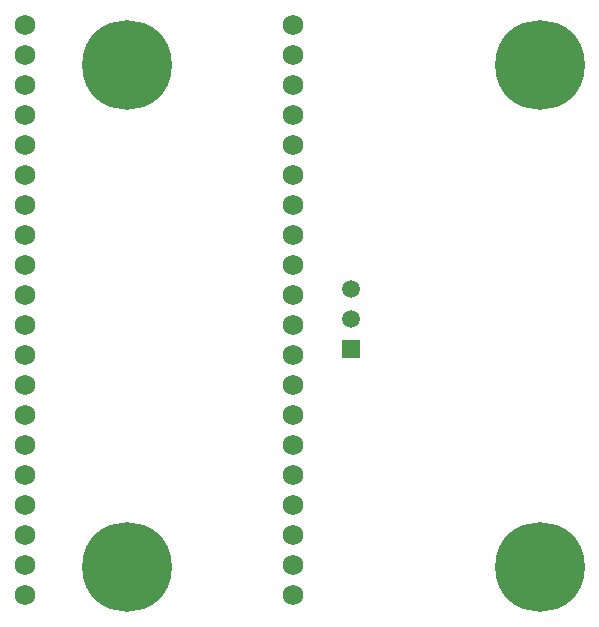
<source format=gbs>
%TF.GenerationSoftware,KiCad,Pcbnew,8.0.7-8.0.7-0~ubuntu22.04.1*%
%TF.CreationDate,2024-12-29T16:10:50-07:00*%
%TF.ProjectId,MotionDetector,4d6f7469-6f6e-4446-9574-6563746f722e,A*%
%TF.SameCoordinates,Original*%
%TF.FileFunction,Soldermask,Bot*%
%TF.FilePolarity,Negative*%
%FSLAX46Y46*%
G04 Gerber Fmt 4.6, Leading zero omitted, Abs format (unit mm)*
G04 Created by KiCad (PCBNEW 8.0.7-8.0.7-0~ubuntu22.04.1) date 2024-12-29 16:10:50*
%MOMM*%
%LPD*%
G01*
G04 APERTURE LIST*
%ADD10C,7.600000*%
%ADD11C,1.734000*%
%ADD12R,1.500000X1.500000*%
%ADD13C,1.500000*%
G04 APERTURE END LIST*
D10*
%TO.C,REF\u002A\u002A*%
X145000000Y-97500000D03*
%TD*%
D11*
%TO.C,J2*%
X124050000Y-51620000D03*
X124050000Y-54160000D03*
X124050000Y-56700000D03*
X124050000Y-59240000D03*
X124050000Y-61780000D03*
X124050000Y-64320000D03*
X124050000Y-66860000D03*
X124050000Y-69400000D03*
X124050000Y-71940000D03*
X124050000Y-74480000D03*
X124050000Y-77020000D03*
X124050000Y-79560000D03*
X124050000Y-82100000D03*
X124050000Y-84640000D03*
X124050000Y-87180000D03*
X124050000Y-89720000D03*
X124050000Y-92260000D03*
X124050000Y-94800000D03*
X124050000Y-97340000D03*
X124050000Y-99880000D03*
%TD*%
D10*
%TO.C,REF\u002A\u002A*%
X110000000Y-55000000D03*
%TD*%
%TO.C,REF\u002A\u002A*%
X145000000Y-55000000D03*
%TD*%
%TO.C,REF\u002A\u002A*%
X110000000Y-97500000D03*
%TD*%
D11*
%TO.C,J1*%
X101350000Y-51620000D03*
X101350000Y-54160000D03*
X101350000Y-56700000D03*
X101350000Y-59240000D03*
X101350000Y-61780000D03*
X101350000Y-64320000D03*
X101350000Y-66860000D03*
X101350000Y-69400000D03*
X101350000Y-71940000D03*
X101350000Y-74480000D03*
X101350000Y-77020000D03*
X101350000Y-79560000D03*
X101350000Y-82100000D03*
X101350000Y-84640000D03*
X101350000Y-87180000D03*
X101350000Y-89720000D03*
X101350000Y-92260000D03*
X101350000Y-94800000D03*
X101350000Y-97340000D03*
X101350000Y-99880000D03*
%TD*%
D12*
%TO.C,J3*%
X129000000Y-79040000D03*
D13*
X129000000Y-76500000D03*
X129000000Y-73960000D03*
%TD*%
M02*

</source>
